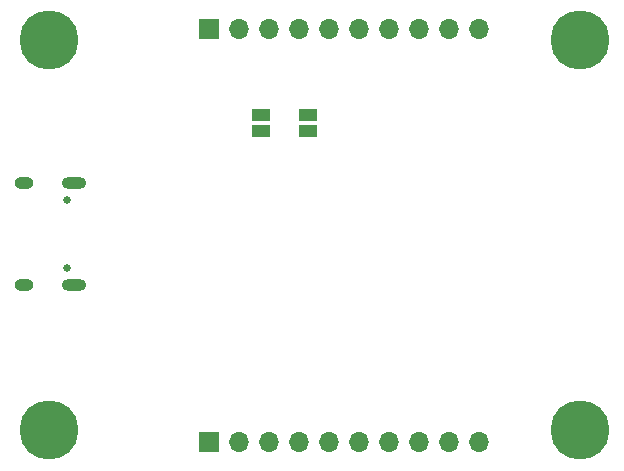
<source format=gbr>
%TF.GenerationSoftware,KiCad,Pcbnew,8.0.3-8.0.3-0~ubuntu23.10.1*%
%TF.CreationDate,2024-10-02T15:45:30-04:00*%
%TF.ProjectId,nPM1300-Stamp-Carrier,6e504d31-3330-4302-9d53-74616d702d43,rev?*%
%TF.SameCoordinates,Original*%
%TF.FileFunction,Soldermask,Bot*%
%TF.FilePolarity,Negative*%
%FSLAX46Y46*%
G04 Gerber Fmt 4.6, Leading zero omitted, Abs format (unit mm)*
G04 Created by KiCad (PCBNEW 8.0.3-8.0.3-0~ubuntu23.10.1) date 2024-10-02 15:45:30*
%MOMM*%
%LPD*%
G01*
G04 APERTURE LIST*
%ADD10C,2.900000*%
%ADD11C,5.000000*%
%ADD12C,0.650000*%
%ADD13O,2.100000X1.000000*%
%ADD14O,1.600000X1.000000*%
%ADD15R,1.500000X1.000000*%
%ADD16R,1.700000X1.700000*%
%ADD17O,1.700000X1.700000*%
G04 APERTURE END LIST*
D10*
%TO.C,H4*%
X179000000Y-119500000D03*
D11*
X179000000Y-119500000D03*
%TD*%
D10*
%TO.C,H3*%
X179000000Y-86500000D03*
D11*
X179000000Y-86500000D03*
%TD*%
D12*
%TO.C,J1*%
X135600000Y-100010000D03*
X135600000Y-105790000D03*
D13*
X136130000Y-98580000D03*
D14*
X131950000Y-98580000D03*
D13*
X136130000Y-107220000D03*
D14*
X131950000Y-107220000D03*
%TD*%
D10*
%TO.C,H2*%
X134000000Y-119500000D03*
D11*
X134000000Y-119500000D03*
%TD*%
D10*
%TO.C,H1*%
X134000000Y-86500000D03*
D11*
X134000000Y-86500000D03*
%TD*%
D15*
%TO.C,JP2*%
X152000000Y-92850000D03*
X152000000Y-94150000D03*
%TD*%
D16*
%TO.C,J8*%
X147575000Y-85500000D03*
D17*
X150115000Y-85500000D03*
X152655000Y-85500000D03*
X155195000Y-85500000D03*
X157735000Y-85500000D03*
X160275000Y-85500000D03*
X162815000Y-85500000D03*
X165355000Y-85500000D03*
X167895000Y-85500000D03*
X170435000Y-85500000D03*
%TD*%
D15*
%TO.C,JP1*%
X156000000Y-92850000D03*
X156000000Y-94150000D03*
%TD*%
D16*
%TO.C,J6*%
X147575000Y-120500000D03*
D17*
X150115000Y-120500000D03*
X152655000Y-120500000D03*
X155195000Y-120500000D03*
X157735000Y-120500000D03*
X160275000Y-120500000D03*
X162815000Y-120500000D03*
X165355000Y-120500000D03*
X167895000Y-120500000D03*
X170435000Y-120500000D03*
%TD*%
M02*

</source>
